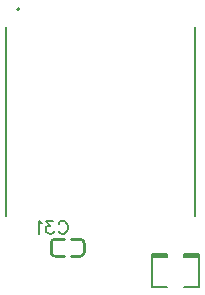
<source format=gbo>
G04 Layer: BottomSilkscreenLayer*
G04 EasyEDA v6.4.29, 2022-01-20 17:46:20*
G04 fb4b0ff46d504c98a6534b0bae3310fd,dc92750a051249c6af70c8c7d89aaf1b,10*
G04 Gerber Generator version 0.2*
G04 Scale: 100 percent, Rotated: No, Reflected: No *
G04 Dimensions in millimeters *
G04 leading zeros omitted , absolute positions ,4 integer and 5 decimal *
%FSLAX45Y45*%
%MOMM*%

%ADD10C,0.2540*%
%ADD53C,0.2032*%
%ADD54C,0.1270*%
%ADD58C,0.1524*%
%ADD60C,0.1999*%

%LPD*%
D58*
X4850815Y9931908D02*
G01*
X4855895Y9942322D01*
X4866309Y9952736D01*
X4876723Y9957816D01*
X4897551Y9957816D01*
X4907965Y9952736D01*
X4918379Y9942322D01*
X4923459Y9931908D01*
X4928793Y9916160D01*
X4928793Y9890252D01*
X4923459Y9874758D01*
X4918379Y9864344D01*
X4907965Y9853930D01*
X4897551Y9848850D01*
X4876723Y9848850D01*
X4866309Y9853930D01*
X4855895Y9864344D01*
X4850815Y9874758D01*
X4806111Y9957816D02*
G01*
X4748961Y9957816D01*
X4780203Y9916160D01*
X4764455Y9916160D01*
X4754041Y9911080D01*
X4748961Y9906000D01*
X4743627Y9890252D01*
X4743627Y9879838D01*
X4748961Y9864344D01*
X4759375Y9853930D01*
X4774869Y9848850D01*
X4790617Y9848850D01*
X4806111Y9853930D01*
X4811191Y9859010D01*
X4816525Y9869424D01*
X4709337Y9936988D02*
G01*
X4699177Y9942322D01*
X4683429Y9957816D01*
X4683429Y9848850D01*
D53*
X4407001Y11595989D02*
G01*
X4407001Y9995992D01*
X6006998Y9995992D02*
G01*
X6006998Y11595989D01*
D10*
X4956467Y9658400D02*
G01*
X5036469Y9658400D01*
X5067449Y9769381D02*
G01*
X5067449Y9689381D01*
X4956467Y9800363D02*
G01*
X5036469Y9800363D01*
X4898877Y9657816D02*
G01*
X4818882Y9657816D01*
X4898877Y9799779D02*
G01*
X4818882Y9799779D01*
X4787900Y9768799D02*
G01*
X4787900Y9688796D01*
D54*
X6041989Y9654979D02*
G01*
X6041989Y9674987D01*
X5911992Y9674987D01*
X5911992Y9654979D01*
X6041989Y9654979D01*
X6041989Y9394985D01*
X5911992Y9394985D01*
X5771989Y9395002D02*
G01*
X5641992Y9395002D01*
X5641992Y9654997D01*
X5771989Y9654997D01*
X5771989Y9675007D01*
X5641992Y9675007D01*
X5641992Y9654997D01*
X5911992Y9665002D02*
G01*
X6041989Y9665002D01*
X5641992Y9664984D02*
G01*
X5771989Y9664984D01*
D60*
G75*
G01*
X4508500Y11738483D02*
G02*
X4508932Y11738483I216J10005D01*
D10*
G75*
G01*
X5067452Y9769381D02*
G03*
X5036469Y9800364I-30983J0D01*
G75*
G01*
X5036469Y9658398D02*
G03*
X5067452Y9689381I0J30983D01*
G75*
G01*
X4818883Y9799782D02*
G03*
X4787900Y9768799I0J-30983D01*
G75*
G01*
X4787900Y9688800D02*
G03*
X4818883Y9657817I30983J0D01*
M02*

</source>
